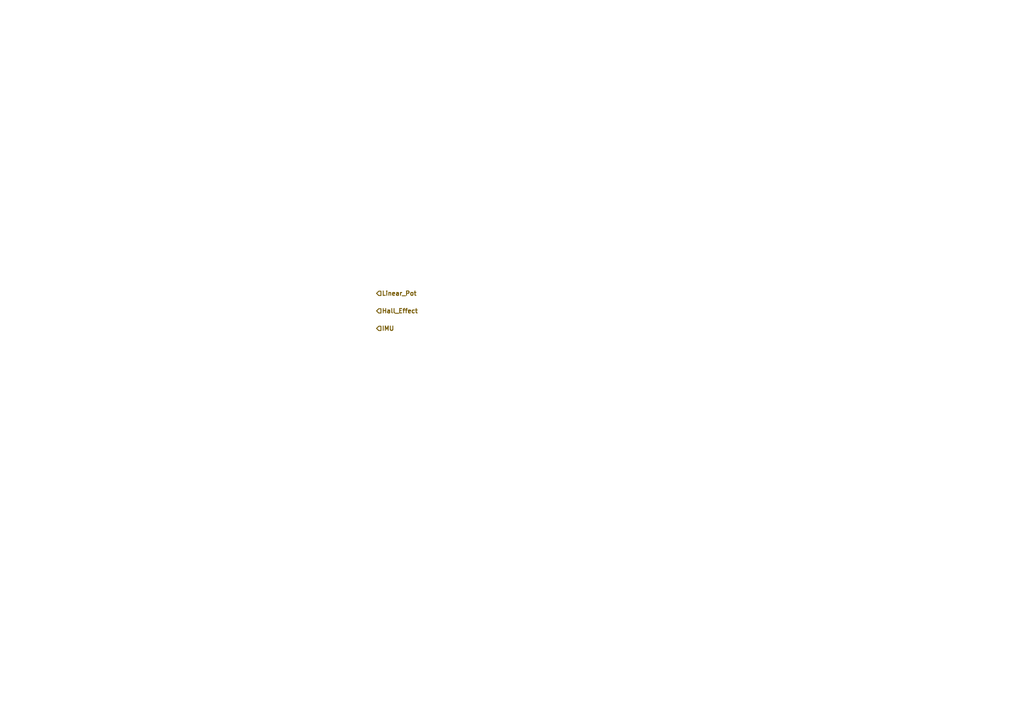
<source format=kicad_sch>
(kicad_sch
	(version 20250114)
	(generator "eeschema")
	(generator_version "9.0")
	(uuid "a75b9d60-efe3-42a6-8800-d99f3a66afe7")
	(paper "A4")
	(lib_symbols)
	(hierarchical_label "IMU"
		(shape input)
		(at 109.22 95.25 0)
		(effects
			(font
				(size 1.27 1.27)
				(bold yes)
			)
			(justify left)
		)
		(uuid "493a0541-c74d-468c-92c0-7c7d7ea4a77f")
	)
	(hierarchical_label "Linear_Pot"
		(shape input)
		(at 109.22 85.09 0)
		(effects
			(font
				(size 1.27 1.27)
				(bold yes)
			)
			(justify left)
		)
		(uuid "4f48ae1c-fca5-4927-864e-492f2d86f350")
	)
	(hierarchical_label "Hall_Effect"
		(shape input)
		(at 109.22 90.17 0)
		(effects
			(font
				(size 1.27 1.27)
				(bold yes)
			)
			(justify left)
		)
		(uuid "f9f0f647-db80-4116-b5b1-8de2ec1bbe16")
	)
)

</source>
